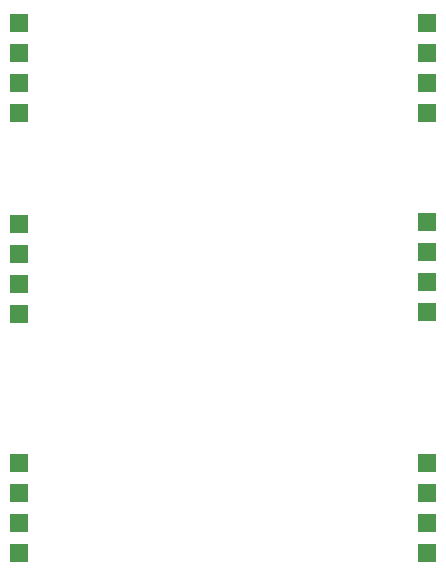
<source format=gbr>
%TF.GenerationSoftware,KiCad,Pcbnew,8.0.2*%
%TF.CreationDate,2024-06-24T13:44:33+02:00*%
%TF.ProjectId,PixelDisplay,50697865-6c44-4697-9370-6c61792e6b69,rev?*%
%TF.SameCoordinates,Original*%
%TF.FileFunction,Soldermask,Bot*%
%TF.FilePolarity,Negative*%
%FSLAX46Y46*%
G04 Gerber Fmt 4.6, Leading zero omitted, Abs format (unit mm)*
G04 Created by KiCad (PCBNEW 8.0.2) date 2024-06-24 13:44:33*
%MOMM*%
%LPD*%
G01*
G04 APERTURE LIST*
%ADD10R,1.500000X1.500000*%
G04 APERTURE END LIST*
D10*
%TO.C,J6*%
X135350000Y-83540000D03*
X135350000Y-86080000D03*
X135350000Y-88620000D03*
X135350000Y-91160000D03*
%TD*%
%TO.C,J5*%
X169850000Y-91190000D03*
X169850000Y-88650000D03*
X169850000Y-86110000D03*
X169850000Y-83570000D03*
%TD*%
%TO.C,J2*%
X169850000Y-53880000D03*
X169850000Y-51340000D03*
X169850000Y-48800000D03*
X169850000Y-46260000D03*
%TD*%
%TO.C,J3*%
X135350000Y-63260000D03*
X135350000Y-65800000D03*
X135350000Y-68340000D03*
X135350000Y-70880000D03*
%TD*%
%TO.C,J4*%
X169850500Y-70760000D03*
X169850500Y-68220000D03*
X169850500Y-65680000D03*
X169850500Y-63140000D03*
%TD*%
%TO.C,J1*%
X135350000Y-46290000D03*
X135350000Y-48830000D03*
X135350000Y-51370000D03*
X135350000Y-53910000D03*
%TD*%
M02*

</source>
